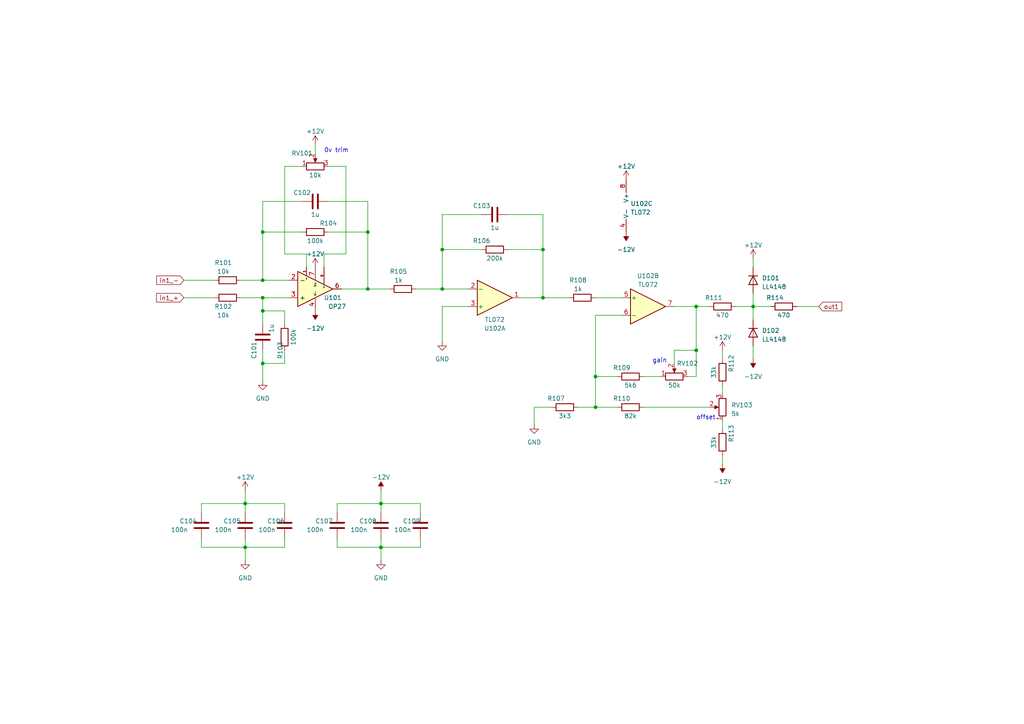
<source format=kicad_sch>
(kicad_sch (version 20230121) (generator eeschema)
  (paper "A4")
  (title_block (title "green island geophone pre-amp") (date "2023-09-11") (rev "1") (comment 1 "geophone preamp based on http://www.sydneystormcity.com/g_phones.htm"))
  (lib_symbols
    (symbol "Amplifier_Operational:TL072" (pin_names (offset 0.127))
      (property "Reference" "U" (at 0 5.08 0))
      (property "Value" "TL072" (at 0 -5.08 0))
      (symbol "TL072_1_1"
        (polyline (pts (xy -5.08 5.08) (xy 5.08 0) (xy -5.08 -5.08) (xy -5.08 5.08)) (stroke (width 0.254)) (fill (type background)))
        (pin output line (at 7.62 0 180) (length 2.54) (name "~") (number "1"))
        (pin input line (at -7.62 -2.54 0) (length 2.54) (name "-") (number "2"))
        (pin input line (at -7.62 2.54 0) (length 2.54) (name "+") (number "3"))
      )
      (symbol "TL072_2_1"
        (polyline (pts (xy -5.08 5.08) (xy 5.08 0) (xy -5.08 -5.08) (xy -5.08 5.08)) (stroke (width 0.254)) (fill (type background)))
        (pin input line (at -7.62 2.54 0) (length 2.54) (name "+") (number "5"))
        (pin input line (at -7.62 -2.54 0) (length 2.54) (name "-") (number "6"))
        (pin output line (at 7.62 0 180) (length 2.54) (name "~") (number "7"))
      )
      (symbol "TL072_3_1"
        (pin power_in line (at -2.54 -7.62 90) (length 3.81) (name "V-") (number "4"))
        (pin power_in line (at -2.54 7.62 270) (length 3.81) (name "V+") (number "8"))
      )
    )
    (symbol "Device:C" (pin_numbers hide) (pin_names (offset 0.254))
      (property "Reference" "C" (at 0.635 2.54 0))
      (property "Value" "C" (at 0.635 -2.54 0))
      (symbol "C_0_1"
        (polyline (pts (xy -2.032 -0.762) (xy 2.032 -0.762)) (stroke (width 0.508)))
        (polyline (pts (xy -2.032 0.762) (xy 2.032 0.762)) (stroke (width 0.508)))
      )
      (symbol "C_1_1"
        (pin passive line (at 0 3.81 270) (length 2.794) (name "~") (number "1"))
        (pin passive line (at 0 -3.81 90) (length 2.794) (name "~") (number "2"))
      )
    )
    (symbol "Device:R" (pin_numbers hide) (pin_names (offset 0))
      (property "Reference" "R" (at 2.032 0 90))
      (property "Value" "R" (at 0 0 90))
      (symbol "R_0_1"
        (rectangle (start -1.016 -2.54) (end 1.016 2.54) (stroke (width 0.254)))
      )
      (symbol "R_1_1"
        (pin passive line (at 0 3.81 270) (length 1.27) (name "~") (number "1"))
        (pin passive line (at 0 -3.81 90) (length 1.27) (name "~") (number "2"))
      )
    )
    (symbol "Device:R_Potentiometer" (pin_names (offset 1.016) hide)
      (property "Reference" "RV" (at -4.445 0 90))
      (property "Value" "R_Potentiometer" (at -2.54 0 90))
      (symbol "R_Potentiometer_0_1"
        (polyline (pts (xy 2.54 0) (xy 1.524 0)))
        (polyline (pts (xy 1.143 0) (xy 2.286 0.508) (xy 2.286 -0.508) (xy 1.143 0)) (fill (type outline)))
        (rectangle (start 1.016 2.54) (end -1.016 -2.54) (stroke (width 0.254)))
      )
      (symbol "R_Potentiometer_1_1"
        (pin passive line (at 0 3.81 270) (length 1.27) (name "1") (number "1"))
        (pin passive line (at 3.81 0 180) (length 1.27) (name "2") (number "2"))
        (pin passive line (at 0 -3.81 90) (length 1.27) (name "3") (number "3"))
      )
    )
    (symbol "Diode:LL4148" (pin_numbers hide) (pin_names hide)
      (property "Reference" "D" (at 0 2.54 0))
      (property "Value" "LL4148" (at 0 -2.54 0))
      (symbol "LL4148_0_1"
        (polyline (pts (xy -1.27 1.27) (xy -1.27 -1.27)) (stroke (width 0.254)))
        (polyline (pts (xy 1.27 0) (xy -1.27 0)))
        (polyline (pts (xy 1.27 1.27) (xy 1.27 -1.27) (xy -1.27 0) (xy 1.27 1.27)) (stroke (width 0.254)))
      )
      (symbol "LL4148_1_1"
        (pin passive line (at -3.81 0 0) (length 2.54) (name "K") (number "1"))
        (pin passive line (at 3.81 0 180) (length 2.54) (name "A") (number "2"))
      )
    )
    (symbol "pff_ic:LT1677"
      (property "Reference" "U" (at 7.62 -5.08 0))
      (property "Value" "LT1677" (at 0 0 0))
      (symbol "LT1677_0_1"
        (polyline (pts (xy -3.81 5.08) (xy 6.35 0) (xy -3.81 -5.08) (xy -3.81 5.08)) (stroke (width 0.254)) (fill (type background)))
      )
      (symbol "LT1677_1_1"
        (pin input line (at -1.27 6.35 270) (length 2.5) (name "TRIM1") (number "1"))
        (pin input line (at -6.35 2.54 0) (length 2.54) (name "-") (number "2"))
        (pin input line (at -6.35 -2.54 0) (length 2.54) (name "+") (number "3"))
        (pin power_in line (at 1.27 -6.35 90) (length 3.81) (name "V-") (number "4"))
        (pin no_connect line (at -1.27 -5.08 90) (length 1.27) hide (name "NC") (number "5"))
        (pin output line (at 8.89 0 180) (length 2.54) (name "~") (number "6"))
        (pin power_in line (at 1.27 6.35 270) (length 3.81) (name "V+") (number "7"))
        (pin input line (at 3.81 6.35 270) (length 5) (name "TRIM8") (number "8"))
      )
    )
    (symbol "power:+12V" (power) (pin_names (offset 0))
      (property "Value" "+12V" (at 0 3.556 0))
      (symbol "+12V_0_1"
        (polyline (pts (xy -0.762 1.27) (xy 0 2.54)))
        (polyline (pts (xy 0 0) (xy 0 2.54)))
        (polyline (pts (xy 0 2.54) (xy 0.762 1.27)))
      )
      (symbol "+12V_1_1"
        (pin power_in line (at 0 0 90) (length 0) hide (name "+12V") (number "1"))
      )
    )
    (symbol "power:-12V" (power) (pin_names (offset 0))
      (property "Value" "-12V" (at 0 3.81 0))
      (symbol "-12V_0_0"
        (pin power_in line (at 0 0 90) (length 0) hide (name "-12V") (number "1"))
      )
      (symbol "-12V_0_1"
        (polyline (pts (xy 0 0) (xy 0 1.27) (xy 0.762 1.27) (xy 0 2.54) (xy -0.762 1.27) (xy 0 1.27)) (fill (type outline)))
      )
    )
    (symbol "power:GND" (power) (pin_names (offset 0))
      (property "Value" "GND" (at 0 -3.81 0))
      (symbol "GND_0_1"
        (polyline (pts (xy 0 0) (xy 0 -1.27) (xy 1.27 -1.27) (xy 0 -2.54) (xy -1.27 -1.27) (xy 0 -1.27)))
      )
      (symbol "GND_1_1"
        (pin power_in line (at 0 0 270) (length 0) hide (name "GND") (number "1"))
      )
    )
  )
  (junction (at 110.49 158.75))
  (junction (at 128.27 83.82))
  (junction (at 76.2 90.17))
  (junction (at 201.93 88.9))
  (junction (at 71.12 158.75))
  (junction (at 76.2 67.31))
  (junction (at 110.49 146.05))
  (junction (at 76.2 86.36))
  (junction (at 76.2 81.28))
  (junction (at 201.93 101.6))
  (junction (at 157.48 86.36))
  (junction (at 218.44 88.9))
  (junction (at 106.68 67.31))
  (junction (at 172.72 109.22))
  (junction (at 157.48 72.39))
  (junction (at 76.2 105.41))
  (junction (at 128.27 72.39))
  (junction (at 106.68 83.82))
  (junction (at 71.12 146.05))
  (junction (at 172.72 118.11))
  (wire (pts (xy 76.2 101.6) (xy 76.2 105.41)))
  (wire (pts (xy 76.2 105.41) (xy 82.55 105.41)))
  (wire (pts (xy 172.72 109.22) (xy 172.72 118.11)))
  (wire (pts (xy 76.2 93.98) (xy 76.2 90.17)))
  (wire (pts (xy 76.2 105.41) (xy 76.2 110.49)))
  (wire (pts (xy 106.68 67.31) (xy 106.68 83.82)))
  (wire (pts (xy 209.55 121.92) (xy 209.55 124.46)))
  (wire (pts (xy 71.12 148.59) (xy 71.12 146.05)))
  (wire (pts (xy 218.44 88.9) (xy 223.52 88.9)))
  (wire (pts (xy 157.48 72.39) (xy 157.48 86.36)))
  (wire (pts (xy 82.55 93.98) (xy 82.55 90.17)))
  (wire (pts (xy 195.58 105.41) (xy 195.58 101.6)))
  (wire (pts (xy 71.12 156.21) (xy 71.12 158.75)))
  (wire (pts (xy 151.13 86.36) (xy 157.48 86.36)))
  (wire (pts (xy 172.72 118.11) (xy 179.07 118.11)))
  (wire (pts (xy 172.72 86.36) (xy 180.34 86.36)))
  (wire (pts (xy 82.55 105.41) (xy 82.55 101.6)))
  (wire (pts (xy 110.49 158.75) (xy 110.49 162.56)))
  (wire (pts (xy 87.63 58.42) (xy 76.2 58.42)))
  (wire (pts (xy 97.79 156.21) (xy 97.79 158.75)))
  (wire (pts (xy 100.33 48.26) (xy 100.33 73.66)))
  (wire (pts (xy 76.2 81.28) (xy 83.82 81.28)))
  (wire (pts (xy 128.27 83.82) (xy 135.89 83.82)))
  (wire (pts (xy 195.58 101.6) (xy 201.93 101.6)))
  (wire (pts (xy 172.72 118.11) (xy 167.64 118.11)))
  (wire (pts (xy 209.55 111.76) (xy 209.55 114.3)))
  (wire (pts (xy 93.98 73.66) (xy 93.98 77.47)))
  (wire (pts (xy 58.42 146.05) (xy 71.12 146.05)))
  (wire (pts (xy 97.79 158.75) (xy 110.49 158.75)))
  (wire (pts (xy 201.93 88.9) (xy 205.74 88.9)))
  (wire (pts (xy 201.93 88.9) (xy 195.58 88.9)))
  (wire (pts (xy 135.89 88.9) (xy 128.27 88.9)))
  (wire (pts (xy 82.55 148.59) (xy 82.55 146.05)))
  (wire (pts (xy 88.9 73.66) (xy 88.9 77.47)))
  (wire (pts (xy 106.68 83.82) (xy 113.03 83.82)))
  (wire (pts (xy 139.7 62.23) (xy 128.27 62.23)))
  (wire (pts (xy 82.55 73.66) (xy 88.9 73.66)))
  (wire (pts (xy 58.42 148.59) (xy 58.42 146.05)))
  (wire (pts (xy 71.12 146.05) (xy 82.55 146.05)))
  (wire (pts (xy 76.2 86.36) (xy 83.82 86.36)))
  (wire (pts (xy 58.42 158.75) (xy 71.12 158.75)))
  (wire (pts (xy 154.94 118.11) (xy 154.94 123.19)))
  (wire (pts (xy 69.85 86.36) (xy 76.2 86.36)))
  (wire (pts (xy 110.49 142.24) (xy 110.49 146.05)))
  (wire (pts (xy 69.85 81.28) (xy 76.2 81.28)))
  (wire (pts (xy 157.48 86.36) (xy 165.1 86.36)))
  (wire (pts (xy 71.12 142.24) (xy 71.12 146.05)))
  (wire (pts (xy 76.2 67.31) (xy 76.2 81.28)))
  (wire (pts (xy 213.36 88.9) (xy 218.44 88.9)))
  (wire (pts (xy 82.55 90.17) (xy 76.2 90.17)))
  (wire (pts (xy 100.33 73.66) (xy 93.98 73.66)))
  (wire (pts (xy 91.44 41.91) (xy 91.44 44.45)))
  (wire (pts (xy 120.65 83.82) (xy 128.27 83.82)))
  (wire (pts (xy 199.39 109.22) (xy 201.93 109.22)))
  (wire (pts (xy 128.27 62.23) (xy 128.27 72.39)))
  (wire (pts (xy 218.44 100.33) (xy 218.44 104.14)))
  (wire (pts (xy 53.34 81.28) (xy 62.23 81.28)))
  (wire (pts (xy 110.49 156.21) (xy 110.49 158.75)))
  (wire (pts (xy 157.48 62.23) (xy 157.48 72.39)))
  (wire (pts (xy 121.92 148.59) (xy 121.92 146.05)))
  (wire (pts (xy 128.27 72.39) (xy 128.27 83.82)))
  (wire (pts (xy 218.44 74.93) (xy 218.44 77.47)))
  (wire (pts (xy 106.68 58.42) (xy 106.68 67.31)))
  (wire (pts (xy 97.79 146.05) (xy 110.49 146.05)))
  (wire (pts (xy 76.2 67.31) (xy 87.63 67.31)))
  (wire (pts (xy 106.68 83.82) (xy 99.06 83.82)))
  (wire (pts (xy 186.69 109.22) (xy 191.77 109.22)))
  (wire (pts (xy 76.2 58.42) (xy 76.2 67.31)))
  (wire (pts (xy 201.93 101.6) (xy 201.93 88.9)))
  (wire (pts (xy 209.55 101.6) (xy 209.55 104.14)))
  (wire (pts (xy 110.49 158.75) (xy 121.92 158.75)))
  (wire (pts (xy 82.55 156.21) (xy 82.55 158.75)))
  (wire (pts (xy 128.27 72.39) (xy 139.7 72.39)))
  (wire (pts (xy 76.2 90.17) (xy 76.2 86.36)))
  (wire (pts (xy 82.55 48.26) (xy 82.55 73.66)))
  (wire (pts (xy 71.12 158.75) (xy 82.55 158.75)))
  (wire (pts (xy 58.42 156.21) (xy 58.42 158.75)))
  (wire (pts (xy 110.49 146.05) (xy 110.49 148.59)))
  (wire (pts (xy 218.44 85.09) (xy 218.44 88.9)))
  (wire (pts (xy 87.63 48.26) (xy 82.55 48.26)))
  (wire (pts (xy 53.34 86.36) (xy 62.23 86.36)))
  (wire (pts (xy 209.55 132.08) (xy 209.55 134.62)))
  (wire (pts (xy 71.12 158.75) (xy 71.12 162.56)))
  (wire (pts (xy 231.14 88.9) (xy 237.49 88.9)))
  (wire (pts (xy 95.25 58.42) (xy 106.68 58.42)))
  (wire (pts (xy 179.07 109.22) (xy 172.72 109.22)))
  (wire (pts (xy 160.02 118.11) (xy 154.94 118.11)))
  (wire (pts (xy 97.79 148.59) (xy 97.79 146.05)))
  (wire (pts (xy 147.32 72.39) (xy 157.48 72.39)))
  (wire (pts (xy 186.69 118.11) (xy 205.74 118.11)))
  (wire (pts (xy 218.44 88.9) (xy 218.44 92.71)))
  (wire (pts (xy 172.72 109.22) (xy 172.72 91.44)))
  (wire (pts (xy 95.25 48.26) (xy 100.33 48.26)))
  (wire (pts (xy 128.27 88.9) (xy 128.27 99.06)))
  (wire (pts (xy 95.25 67.31) (xy 106.68 67.31)))
  (wire (pts (xy 147.32 62.23) (xy 157.48 62.23)))
  (wire (pts (xy 201.93 109.22) (xy 201.93 101.6)))
  (wire (pts (xy 172.72 91.44) (xy 180.34 91.44)))
  (wire (pts (xy 121.92 156.21) (xy 121.92 158.75)))
  (wire (pts (xy 110.49 146.05) (xy 121.92 146.05)))
  (text "gain" (at 189.23 105.41 0) (effects (font (size 1.27 1.27)) (justify left bottom)))
  (text "offset" (at 201.93 121.92 0) (effects (font (size 1.27 1.27)) (justify left bottom)))
  (text "0v trim" (at 93.98 44.45 0) (effects (font (size 1.27 1.27)) (justify left bottom)))
  (global_label "out1" (shape input) (at 237.49 88.9 0) (property "Intersheetrefs" "${INTERSHEET_REFS}" (effects hide)))
  (global_label "in1_+" (shape input) (at 53.34 86.36 180) (property "Intersheetrefs" "${INTERSHEET_REFS}" (effects hide)))
  (global_label "in1_-" (shape input) (at 53.34 81.28 180) (property "Intersheetrefs" "${INTERSHEET_REFS}" (effects hide)))
  (symbol (lib_id "pff_ic:LT1677") (at 90.17 83.82 0) (unit 1)
    (property "Reference" "U101" (at 96.52 86.36 0))
    (property "Value" "OP27" (at 97.79 88.9 0))
    (property "Footprint" "Package_SO:SO-8_3.9x4.9mm_P1.27mm" (effects hide))
    (property "Datasheet" "https://www.analog.com/media/en/technical-documentation/data-sheets/1677fa.pdf" (effects hide))
  )
  (symbol (lib_id "Device:R") (at 209.55 88.9 90) (unit 1)
    (property "Reference" "R111" (at 207.01 86.36 90))
    (property "Value" "470" (at 209.55 91.44 90))
    (property "Footprint" "Resistor_SMD:R_MELF_MMB-0207" (effects hide))
  )
  (symbol (lib_id "Device:C") (at 143.51 62.23 90) (unit 1)
    (property "Reference" "C103" (at 139.7 59.69 90))
    (property "Value" "1u" (at 143.51 66.04 90))
    (property "Footprint" "Capacitor_THT:C_Rect_L7.2mm_W7.2mm_P5.00mm_FKS2_FKP2_MKS2_MKP2" (effects hide))
  )
  (symbol (lib_id "power:+12V") (at 218.44 74.93 0) (unit 1)
    (property "Reference" "#PWR0111" (effects hide))
    (property "Value" "+12V" (at 218.44 71.12 0))
  )
  (symbol (lib_id "Device:C") (at 110.49 152.4 0) (unit 1)
    (property "Reference" "C108" (at 104.14 151.13 0) (effects (justify left)))
    (property "Value" "100n" (at 101.6 153.67 0) (effects (justify left)))
    (property "Footprint" "Capacitor_SMD:C_0805_2012Metric_Pad1.18x1.45mm_HandSolder" (effects hide))
  )
  (symbol (lib_id "Device:R_Potentiometer") (at 209.55 118.11 180) (unit 1)
    (property "Reference" "RV103" (at 212.09 117.475 0) (effects (justify right)))
    (property "Value" "5k" (at 212.09 120.015 0) (effects (justify right)))
    (property "Footprint" "Potentiometer_SMD:Potentiometer_Bourns_3314G_Vertical" (effects hide))
  )
  (symbol (lib_id "power:GND") (at 76.2 110.49 0) (unit 1)
    (property "Reference" "#PWR0101" (effects hide))
    (property "Value" "GND" (at 76.2 115.57 0))
  )
  (symbol (lib_id "Device:R") (at 168.91 86.36 90) (unit 1)
    (property "Reference" "R108" (at 167.64 81.28 90))
    (property "Value" "1k" (at 167.64 83.82 90))
    (property "Footprint" "Resistor_SMD:R_0805_2012Metric_Pad1.20x1.40mm_HandSolder" (effects hide))
  )
  (symbol (lib_id "power:+12V") (at 91.44 77.47 0) (unit 1)
    (property "Reference" "#PWR0103" (effects hide))
    (property "Value" "+12V" (at 91.44 73.66 0))
  )
  (symbol (lib_id "Device:R") (at 91.44 67.31 270) (mirror x) (unit 1)
    (property "Reference" "R104" (at 95.25 64.77 90))
    (property "Value" "100k" (at 91.44 69.85 90))
    (property "Footprint" "Resistor_SMD:R_0805_2012Metric_Pad1.20x1.40mm_HandSolder" (effects hide))
  )
  (symbol (lib_id "power:GND") (at 110.49 162.56 0) (unit 1)
    (property "Reference" "#PWR0116" (effects hide))
    (property "Value" "GND" (at 110.49 167.64 0))
  )
  (symbol (lib_id "Device:R") (at 116.84 83.82 90) (unit 1)
    (property "Reference" "R105" (at 115.57 78.74 90))
    (property "Value" "1k" (at 115.57 81.28 90))
    (property "Footprint" "Resistor_SMD:R_0805_2012Metric_Pad1.20x1.40mm_HandSolder" (effects hide))
  )
  (symbol (lib_id "Device:R") (at 143.51 72.39 90) (unit 1)
    (property "Reference" "R106" (at 139.7 69.85 90))
    (property "Value" "200k" (at 143.51 74.93 90))
    (property "Footprint" "Resistor_SMD:R_MiniMELF_MMA-0204" (effects hide))
  )
  (symbol (lib_id "Device:C") (at 121.92 152.4 0) (unit 1)
    (property "Reference" "C109" (at 116.84 151.13 0) (effects (justify left)))
    (property "Value" "100n" (at 114.3 153.67 0) (effects (justify left)))
    (property "Footprint" "Capacitor_THT:C_Rect_L7.2mm_W4.5mm_P5.00mm_FKS2_FKP2_MKS2_MKP2" (effects hide))
  )
  (symbol (lib_id "Device:R") (at 182.88 118.11 90) (unit 1)
    (property "Reference" "R110" (at 180.34 115.57 90))
    (property "Value" "82k" (at 182.88 120.65 90))
    (property "Footprint" "Resistor_SMD:R_0805_2012Metric_Pad1.20x1.40mm_HandSolder" (effects hide))
  )
  (symbol (lib_id "Diode:LL4148") (at 218.44 96.52 270) (unit 1)
    (property "Reference" "D102" (at 220.98 95.885 90) (effects (justify left)))
    (property "Value" "LL4148" (at 220.98 98.425 90) (effects (justify left)))
    (property "Footprint" "Diode_SMD:D_MiniMELF" (effects hide))
    (property "Datasheet" "http://www.vishay.com/docs/85557/ll4148.pdf" (effects hide))
    (property "Sim.Device" "D" (effects hide))
    (property "Sim.Pins" "1=K 2=A" (effects hide))
  )
  (symbol (lib_id "power:+12V") (at 91.44 41.91 0) (unit 1)
    (property "Reference" "#PWR0102" (effects hide))
    (property "Value" "+12V" (at 91.44 38.1 0))
  )
  (symbol (lib_id "power:-12V") (at 209.55 134.62 180) (unit 1)
    (property "Reference" "#PWR0110" (effects hide))
    (property "Value" "-12V" (at 209.55 139.7 0))
  )
  (symbol (lib_id "power:-12V") (at 91.44 90.17 180) (unit 1)
    (property "Reference" "#PWR0104" (effects hide))
    (property "Value" "-12V" (at 91.44 95.25 0))
  )
  (symbol (lib_id "Amplifier_Operational:TL072") (at 187.96 88.9 0) (unit 2)
    (property "Reference" "U102" (at 187.96 80.01 0))
    (property "Value" "TL072" (at 187.96 82.55 0))
    (property "Footprint" "Package_SO:SOIC-8-1EP_3.9x4.9mm_P1.27mm_EP2.41x3.81mm_ThermalVias" (effects hide))
    (property "Datasheet" "http://www.ti.com/lit/ds/symlink/tl071.pdf" (effects hide))
  )
  (symbol (lib_id "Device:C") (at 91.44 58.42 90) (unit 1)
    (property "Reference" "C102" (at 87.63 55.88 90))
    (property "Value" "1u" (at 91.44 62.23 90))
    (property "Footprint" "Capacitor_THT:C_Rect_L7.2mm_W7.2mm_P5.00mm_FKS2_FKP2_MKS2_MKP2" (effects hide))
  )
  (symbol (lib_id "Device:C") (at 76.2 97.79 180) (unit 1)
    (property "Reference" "C101" (at 73.66 101.6 90))
    (property "Value" "1u" (at 78.74 95.25 90))
    (property "Footprint" "Capacitor_THT:C_Rect_L7.2mm_W7.2mm_P5.00mm_FKS2_FKP2_MKS2_MKP2" (effects hide))
  )
  (symbol (lib_id "Device:R") (at 209.55 128.27 0) (unit 1)
    (property "Reference" "R113" (at 212.09 125.73 90))
    (property "Value" "33k" (at 207.01 128.27 90))
    (property "Footprint" "Resistor_SMD:R_MELF_MMB-0207" (effects hide))
  )
  (symbol (lib_id "Amplifier_Operational:TL072") (at 184.15 59.69 0) (unit 3)
    (property "Reference" "U102" (at 182.88 59.055 0) (effects (justify left)))
    (property "Value" "TL072" (at 182.88 61.595 0) (effects (justify left)))
    (property "Footprint" "Package_SO:SOIC-8-1EP_3.9x4.9mm_P1.27mm_EP2.41x3.81mm_ThermalVias" (effects hide))
    (property "Datasheet" "http://www.ti.com/lit/ds/symlink/tl071.pdf" (effects hide))
  )
  (symbol (lib_id "Device:R") (at 163.83 118.11 90) (unit 1)
    (property "Reference" "R107" (at 161.29 115.57 90))
    (property "Value" "3k3" (at 163.83 120.65 90))
    (property "Footprint" "Resistor_SMD:R_MiniMELF_MMA-0204" (effects hide))
  )
  (symbol (lib_id "Device:C") (at 82.55 152.4 0) (unit 1)
    (property "Reference" "C106" (at 77.47 151.13 0) (effects (justify left)))
    (property "Value" "100n" (at 74.93 153.67 0) (effects (justify left)))
    (property "Footprint" "Capacitor_THT:C_Rect_L7.2mm_W4.5mm_P5.00mm_FKS2_FKP2_MKS2_MKP2" (effects hide))
  )
  (symbol (lib_id "Device:C") (at 97.79 152.4 0) (unit 1)
    (property "Reference" "C107" (at 91.44 151.13 0) (effects (justify left)))
    (property "Value" "100n" (at 88.9 153.67 0) (effects (justify left)))
    (property "Footprint" "Capacitor_SMD:C_0805_2012Metric_Pad1.18x1.45mm_HandSolder" (effects hide))
  )
  (symbol (lib_id "Device:R_Potentiometer") (at 195.58 109.22 90) (unit 1)
    (property "Reference" "RV102" (at 199.39 105.41 90))
    (property "Value" "50k" (at 195.58 111.76 90))
    (property "Footprint" "Potentiometer_SMD:Potentiometer_Bourns_3314G_Vertical" (effects hide))
  )
  (symbol (lib_id "power:-12V") (at 218.44 104.14 180) (unit 1)
    (property "Reference" "#PWR0112" (effects hide))
    (property "Value" "-12V" (at 218.44 109.22 0))
  )
  (symbol (lib_id "Device:C") (at 58.42 152.4 0) (unit 1)
    (property "Reference" "C104" (at 52.07 151.13 0) (effects (justify left)))
    (property "Value" "100n" (at 49.53 153.67 0) (effects (justify left)))
    (property "Footprint" "Capacitor_SMD:C_0805_2012Metric_Pad1.18x1.45mm_HandSolder" (effects hide))
  )
  (symbol (lib_id "Device:R") (at 209.55 107.95 0) (unit 1)
    (property "Reference" "R112" (at 212.09 105.41 90))
    (property "Value" "33k" (at 207.01 107.95 90))
    (property "Footprint" "Resistor_SMD:R_MELF_MMB-0207" (effects hide))
  )
  (symbol (lib_id "power:GND") (at 154.94 123.19 0) (unit 1)
    (property "Reference" "#PWR0106" (effects hide))
    (property "Value" "GND" (at 154.94 128.27 0))
  )
  (symbol (lib_id "Device:R") (at 82.55 97.79 180) (unit 1)
    (property "Reference" "R103" (at 81.28 101.6 90))
    (property "Value" "100k" (at 85.09 97.79 90))
    (property "Footprint" "Resistor_SMD:R_0805_2012Metric_Pad1.20x1.40mm_HandSolder" (effects hide))
  )
  (symbol (lib_id "Diode:LL4148") (at 218.44 81.28 270) (unit 1)
    (property "Reference" "D101" (at 220.98 80.645 90) (effects (justify left)))
    (property "Value" "LL4148" (at 220.98 83.185 90) (effects (justify left)))
    (property "Footprint" "Diode_SMD:D_MiniMELF" (effects hide))
    (property "Datasheet" "http://www.vishay.com/docs/85557/ll4148.pdf" (effects hide))
    (property "Sim.Device" "D" (effects hide))
    (property "Sim.Pins" "1=K 2=A" (effects hide))
  )
  (symbol (lib_id "Device:R") (at 66.04 86.36 90) (unit 1)
    (property "Reference" "R102" (at 64.77 88.9 90))
    (property "Value" "10k" (at 64.77 91.44 90))
    (property "Footprint" "Resistor_SMD:R_0805_2012Metric_Pad1.20x1.40mm_HandSolder" (effects hide))
  )
  (symbol (lib_id "Device:C") (at 71.12 152.4 0) (unit 1)
    (property "Reference" "C105" (at 64.77 151.13 0) (effects (justify left)))
    (property "Value" "100n" (at 62.23 153.67 0) (effects (justify left)))
    (property "Footprint" "Capacitor_SMD:C_0805_2012Metric_Pad1.18x1.45mm_HandSolder" (effects hide))
  )
  (symbol (lib_id "power:+12V") (at 209.55 101.6 0) (unit 1)
    (property "Reference" "#PWR0109" (effects hide))
    (property "Value" "+12V" (at 209.55 97.79 0))
  )
  (symbol (lib_id "Device:R") (at 227.33 88.9 90) (unit 1)
    (property "Reference" "R114" (at 224.79 86.36 90))
    (property "Value" "470" (at 227.33 91.44 90))
    (property "Footprint" "Resistor_SMD:R_MELF_MMB-0207" (effects hide))
  )
  (symbol (lib_id "power:-12V") (at 181.61 67.31 180) (unit 1)
    (property "Reference" "#PWR0108" (effects hide))
    (property "Value" "-12V" (at 181.61 72.39 0))
  )
  (symbol (lib_id "power:+12V") (at 181.61 52.07 0) (unit 1)
    (property "Reference" "#PWR0107" (effects hide))
    (property "Value" "+12V" (at 181.61 48.26 0))
  )
  (symbol (lib_id "power:GND") (at 128.27 99.06 0) (unit 1)
    (property "Reference" "#PWR0105" (effects hide))
    (property "Value" "GND" (at 128.27 104.14 0))
  )
  (symbol (lib_id "power:-12V") (at 110.49 142.24 0) (unit 1)
    (property "Reference" "#PWR0115" (effects hide))
    (property "Value" "-12V" (at 110.49 138.43 0))
  )
  (symbol (lib_id "Device:R_Potentiometer") (at 91.44 48.26 90) (unit 1)
    (property "Reference" "RV101" (at 87.63 44.45 90))
    (property "Value" "10k" (at 91.44 50.8 90))
    (property "Footprint" "Potentiometer_SMD:Potentiometer_Bourns_3314G_Vertical" (effects hide))
  )
  (symbol (lib_id "Amplifier_Operational:TL072") (at 143.51 86.36 0) (mirror x) (unit 1)
    (property "Reference" "U102" (at 143.51 95.25 0))
    (property "Value" "TL072" (at 143.51 92.71 0))
    (property "Footprint" "Package_SO:SOIC-8-1EP_3.9x4.9mm_P1.27mm_EP2.41x3.81mm_ThermalVias" (effects hide))
    (property "Datasheet" "http://www.ti.com/lit/ds/symlink/tl071.pdf" (effects hide))
  )
  (symbol (lib_id "power:+12V") (at 71.12 142.24 0) (unit 1)
    (property "Reference" "#PWR0113" (effects hide))
    (property "Value" "+12V" (at 71.12 138.43 0))
  )
  (symbol (lib_id "Device:R") (at 182.88 109.22 90) (unit 1)
    (property "Reference" "R109" (at 180.34 106.68 90))
    (property "Value" "5k6" (at 182.88 111.76 90))
    (property "Footprint" "Resistor_SMD:R_0805_2012Metric_Pad1.20x1.40mm_HandSolder" (effects hide))
  )
  (symbol (lib_id "Device:R") (at 66.04 81.28 90) (unit 1)
    (property "Reference" "R101" (at 64.77 76.2 90))
    (property "Value" "10k" (at 64.77 78.74 90))
    (property "Footprint" "Resistor_SMD:R_0805_2012Metric_Pad1.20x1.40mm_HandSolder" (effects hide))
  )
  (symbol (lib_id "power:GND") (at 71.12 162.56 0) (unit 1)
    (property "Reference" "#PWR0114" (effects hide))
    (property "Value" "GND" (at 71.12 167.64 0))
  )
)
</source>
